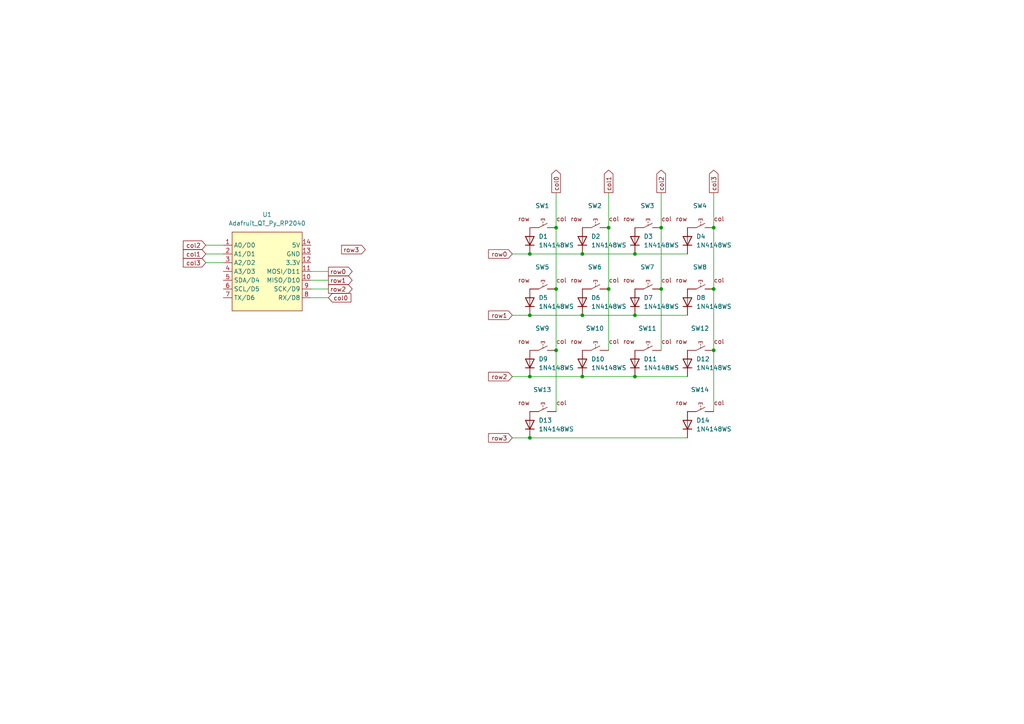
<source format=kicad_sch>
(kicad_sch (version 20211123) (generator eeschema)
  (paper "A4")
  (lib_symbols
    (symbol "Diode:1N4148WS" (pin_numbers hide) (pin_names (offset 1.016) hide)
      (property "Reference" "D" (at 0 2.54 0))
      (property "Value" "1N4148WS" (at 0 -2.54 0))
      (symbol "1N4148WS_0_1"
        (polyline (pts (xy -1.27 1.27) (xy -1.27 -1.27)) (stroke (width 0.254)))
        (polyline (pts (xy 1.27 0) (xy -1.27 0)))
        (polyline (pts (xy 1.27 1.27) (xy 1.27 -1.27) (xy -1.27 0) (xy 1.27 1.27)) (stroke (width 0.254)))
      )
      (symbol "1N4148WS_1_1"
        (pin passive line (at -3.81 0 0) (length 2.54) (name "K") (number "1"))
        (pin passive line (at 3.81 0 180) (length 2.54) (name "A") (number "2"))
      )
    )
    (symbol "Octave_Library:Adafruit_QT_Py_RP2040"
      (property "Reference" "U" (at 0 -12.7 0))
      (property "Value" "Adafruit_QT_Py_RP2040" (at 0 -14.605 0))
      (symbol "Adafruit_QT_Py_RP2040_0_1"
        (rectangle (start -10.16 11.43) (end 10.16 -11.43) (fill (type background)))
      )
      (symbol "Adafruit_QT_Py_RP2040_1_1"
        (pin bidirectional line (at -12.7 7.62 0) (length 2.54) (name "A0/D0") (number "1"))
        (pin bidirectional line (at 12.7 -2.54 180) (length 2.54) (name "MISO/D10") (number "10"))
        (pin bidirectional line (at 12.7 0 180) (length 2.54) (name "MOSI/D11") (number "11"))
        (pin power_out line (at 12.7 2.54 180) (length 2.54) (name "3.3V") (number "12"))
        (pin power_out line (at 12.7 5.08 180) (length 2.54) (name "GND") (number "13"))
        (pin power_out line (at 12.7 7.62 180) (length 2.54) (name "5V") (number "14"))
        (pin bidirectional line (at -12.7 5.08 0) (length 2.54) (name "A1/D1") (number "2"))
        (pin bidirectional line (at -12.7 2.54 0) (length 2.54) (name "A2/D2") (number "3"))
        (pin bidirectional line (at -12.7 0 0) (length 2.54) (name "A3/D3") (number "4"))
        (pin bidirectional line (at -12.7 -2.54 0) (length 2.54) (name "SDA/D4") (number "5"))
        (pin bidirectional line (at -12.7 -5.08 0) (length 2.54) (name "SCL/D5") (number "6"))
        (pin bidirectional line (at -12.7 -7.62 0) (length 2.54) (name "TX/D6") (number "7"))
        (pin bidirectional line (at 12.7 -7.62 180) (length 2.54) (name "RX/D8") (number "8"))
        (pin bidirectional line (at 12.7 -5.08 180) (length 2.54) (name "SCK/D9") (number "9"))
      )
    )
    (symbol "Octave_Library:SW_Hot_Swap_Socket" (pin_numbers hide) (pin_names (offset 0) hide)
      (property "Reference" "SW" (at 0 5.08 0))
      (property "Value" "SW_Hot_Swap_Socket" (at 0 2.54 0))
      (symbol "SW_Hot_Swap_Socket_0_0"
        (polyline (pts (xy -1.27 -2.54) (xy 1.27 -1.27)))
        (polyline (pts (xy -0.508 -0.508) (xy -0.508 0)))
        (polyline (pts (xy -0.508 0) (xy 0.508 0)))
        (polyline (pts (xy 0 -1.905) (xy 0 -1.524)))
        (polyline (pts (xy 0 -1.143) (xy 0 -0.762)))
        (polyline (pts (xy 0 -0.381) (xy 0 0)))
        (polyline (pts (xy 0.508 -0.508) (xy 0.508 0)))
        (text "col" (at 3.81 0 0) (effects (font (size 1.27 1.27)) (justify left)))
        (text "row" (at -3.81 0 0) (effects (font (size 1.27 1.27)) (justify right)))
      )
      (symbol "SW_Hot_Swap_Socket_0_1"
        (pin passive line (at -3.81 -2.54 0) (length 2.54) (name "1") (number "1"))
        (pin passive line (at 3.81 -2.54 180) (length 2.54) (name "2") (number "2"))
      )
    )
  )
  (junction (at 191.77 66.04))
  (junction (at 207.01 66.04))
  (junction (at 176.53 66.04))
  (junction (at 176.53 83.82))
  (junction (at 168.91 91.44))
  (junction (at 153.67 91.44))
  (junction (at 161.29 101.6))
  (junction (at 161.29 83.82))
  (junction (at 153.67 109.22))
  (junction (at 161.29 66.04))
  (junction (at 153.67 73.66))
  (junction (at 191.77 83.82))
  (junction (at 184.15 73.66))
  (junction (at 184.15 109.22))
  (junction (at 168.91 109.22))
  (junction (at 207.01 101.6))
  (junction (at 207.01 83.82))
  (junction (at 153.67 127))
  (junction (at 168.91 73.66))
  (junction (at 184.15 91.44))
  (wire (pts (xy 148.59 91.44) (xy 153.67 91.44)))
  (wire (pts (xy 168.91 73.66) (xy 184.15 73.66)))
  (wire (pts (xy 95.25 83.82) (xy 90.17 83.82)))
  (wire (pts (xy 191.77 55.88) (xy 191.77 66.04)))
  (wire (pts (xy 184.15 91.44) (xy 199.39 91.44)))
  (wire (pts (xy 153.67 91.44) (xy 168.91 91.44)))
  (wire (pts (xy 176.53 66.04) (xy 176.53 83.82)))
  (wire (pts (xy 95.25 81.28) (xy 90.17 81.28)))
  (wire (pts (xy 59.69 76.2) (xy 64.77 76.2)))
  (wire (pts (xy 148.59 109.22) (xy 153.67 109.22)))
  (wire (pts (xy 161.29 83.82) (xy 161.29 101.6)))
  (wire (pts (xy 207.01 83.82) (xy 207.01 101.6)))
  (wire (pts (xy 184.15 109.22) (xy 199.39 109.22)))
  (wire (pts (xy 176.53 83.82) (xy 176.53 101.6)))
  (wire (pts (xy 207.01 101.6) (xy 207.01 119.38)))
  (wire (pts (xy 148.59 127) (xy 153.67 127)))
  (wire (pts (xy 207.01 66.04) (xy 207.01 83.82)))
  (wire (pts (xy 168.91 109.22) (xy 184.15 109.22)))
  (wire (pts (xy 153.67 73.66) (xy 168.91 73.66)))
  (wire (pts (xy 207.01 55.88) (xy 207.01 66.04)))
  (wire (pts (xy 161.29 66.04) (xy 161.29 83.82)))
  (wire (pts (xy 90.17 86.36) (xy 95.25 86.36)))
  (wire (pts (xy 191.77 83.82) (xy 191.77 101.6)))
  (wire (pts (xy 153.67 109.22) (xy 168.91 109.22)))
  (wire (pts (xy 161.29 101.6) (xy 161.29 119.38)))
  (wire (pts (xy 176.53 55.88) (xy 176.53 66.04)))
  (wire (pts (xy 95.25 78.74) (xy 90.17 78.74)))
  (wire (pts (xy 148.59 73.66) (xy 153.67 73.66)))
  (wire (pts (xy 153.67 127) (xy 199.39 127)))
  (wire (pts (xy 59.69 73.66) (xy 64.77 73.66)))
  (wire (pts (xy 168.91 91.44) (xy 184.15 91.44)))
  (wire (pts (xy 59.69 71.12) (xy 64.77 71.12)))
  (wire (pts (xy 184.15 73.66) (xy 199.39 73.66)))
  (wire (pts (xy 191.77 66.04) (xy 191.77 83.82)))
  (wire (pts (xy 161.29 55.88) (xy 161.29 66.04)))
  (global_label "col3" (shape input) (at 59.69 76.2 180) (property "Intersheet References" "${INTERSHEET_REFS}" (effects hide)))
  (global_label "col2" (shape input) (at 59.69 71.12 180) (property "Intersheet References" "${INTERSHEET_REFS}" (effects hide)))
  (global_label "col2" (shape output) (at 191.77 55.88 90) (property "Intersheet References" "${INTERSHEET_REFS}" (effects hide)))
  (global_label "row2" (shape output) (at 95.25 83.82 0) (property "Intersheet References" "${INTERSHEET_REFS}" (effects hide)))
  (global_label "row2" (shape input) (at 148.59 109.22 180) (property "Intersheet References" "${INTERSHEET_REFS}" (effects hide)))
  (global_label "row3" (shape output) (at 99.06 72.39 0) (property "Intersheet References" "${INTERSHEET_REFS}" (effects hide)))
  (global_label "col3" (shape output) (at 207.01 55.88 90) (property "Intersheet References" "${INTERSHEET_REFS}" (effects hide)))
  (global_label "col1" (shape input) (at 59.69 73.66 180) (property "Intersheet References" "${INTERSHEET_REFS}" (effects hide)))
  (global_label "row3" (shape input) (at 148.59 127 180) (property "Intersheet References" "${INTERSHEET_REFS}" (effects hide)))
  (global_label "row0" (shape input) (at 148.59 73.66 180) (property "Intersheet References" "${INTERSHEET_REFS}" (effects hide)))
  (global_label "col1" (shape output) (at 176.53 55.88 90) (property "Intersheet References" "${INTERSHEET_REFS}" (effects hide)))
  (global_label "row0" (shape output) (at 95.25 78.74 0) (property "Intersheet References" "${INTERSHEET_REFS}" (effects hide)))
  (global_label "col0" (shape input) (at 95.25 86.36 0) (property "Intersheet References" "${INTERSHEET_REFS}" (effects hide)))
  (global_label "row1" (shape output) (at 95.25 81.28 0) (property "Intersheet References" "${INTERSHEET_REFS}" (effects hide)))
  (global_label "row1" (shape input) (at 148.59 91.44 180) (property "Intersheet References" "${INTERSHEET_REFS}" (effects hide)))
  (global_label "col0" (shape output) (at 161.29 55.88 90) (property "Intersheet References" "${INTERSHEET_REFS}" (effects hide)))
  (symbol (lib_id "Octave_Library:SW_Hot_Swap_Socket") (at 172.72 99.06 0) (unit 1)
    (property "Reference" "SW10" (at 172.5386 95.25 0))
    (property "Value" "SW_Hot_Swap_Socket" (effects hide))
    (property "Footprint" "Octave_Library:Hot_Swap_Socket_CPG151101S11" (effects hide))
  )
  (symbol (lib_id "Diode:1N4148WS") (at 199.39 87.63 90) (unit 1)
    (property "Reference" "D8" (at 201.93 86.3599 90) (effects (justify right)))
    (property "Value" "1N4148WS" (at 201.93 88.8999 90) (effects (justify right)))
    (property "Footprint" "Octave_Library:D_SOD-323" (effects hide))
    (property "Datasheet" "https://www.vishay.com/docs/85751/1n4148ws.pdf" (effects hide))
  )
  (symbol (lib_id "Octave_Library:SW_Hot_Swap_Socket") (at 203.2 99.06 0) (unit 1)
    (property "Reference" "SW12" (at 203.0186 95.25 0))
    (property "Value" "SW_Hot_Swap_Socket" (effects hide))
    (property "Footprint" "Octave_Library:Hot_Swap_Socket_CPG151101S11" (effects hide))
  )
  (symbol (lib_id "Octave_Library:SW_Hot_Swap_Socket") (at 172.72 63.5 0) (unit 1)
    (property "Reference" "SW2" (at 172.5386 59.69 0))
    (property "Value" "SW_Hot_Swap_Socket" (effects hide))
    (property "Footprint" "Octave_Library:Hot_Swap_Socket_CPG151101S11" (effects hide))
  )
  (symbol (lib_id "Octave_Library:SW_Hot_Swap_Socket") (at 157.48 99.06 0) (unit 1)
    (property "Reference" "SW9" (at 157.2986 95.25 0))
    (property "Value" "SW_Hot_Swap_Socket" (effects hide))
    (property "Footprint" "Octave_Library:Hot_Swap_Socket_CPG151101S11" (effects hide))
  )
  (symbol (lib_id "Diode:1N4148WS") (at 184.15 87.63 90) (unit 1)
    (property "Reference" "D7" (at 186.69 86.3599 90) (effects (justify right)))
    (property "Value" "1N4148WS" (at 186.69 88.8999 90) (effects (justify right)))
    (property "Footprint" "Octave_Library:D_SOD-323" (effects hide))
    (property "Datasheet" "https://www.vishay.com/docs/85751/1n4148ws.pdf" (effects hide))
  )
  (symbol (lib_id "Diode:1N4148WS") (at 199.39 123.19 90) (unit 1)
    (property "Reference" "D14" (at 201.93 121.9199 90) (effects (justify right)))
    (property "Value" "1N4148WS" (at 201.93 124.4599 90) (effects (justify right)))
    (property "Footprint" "Octave_Library:D_SOD-323" (effects hide))
    (property "Datasheet" "https://www.vishay.com/docs/85751/1n4148ws.pdf" (effects hide))
  )
  (symbol (lib_id "Diode:1N4148WS") (at 184.15 69.85 90) (unit 1)
    (property "Reference" "D3" (at 186.69 68.5799 90) (effects (justify right)))
    (property "Value" "1N4148WS" (at 186.69 71.1199 90) (effects (justify right)))
    (property "Footprint" "Octave_Library:D_SOD-323" (effects hide))
    (property "Datasheet" "https://www.vishay.com/docs/85751/1n4148ws.pdf" (effects hide))
  )
  (symbol (lib_id "Diode:1N4148WS") (at 168.91 87.63 90) (unit 1)
    (property "Reference" "D6" (at 171.45 86.3599 90) (effects (justify right)))
    (property "Value" "1N4148WS" (at 171.45 88.8999 90) (effects (justify right)))
    (property "Footprint" "Octave_Library:D_SOD-323" (effects hide))
    (property "Datasheet" "https://www.vishay.com/docs/85751/1n4148ws.pdf" (effects hide))
  )
  (symbol (lib_id "Octave_Library:SW_Hot_Swap_Socket") (at 157.48 81.28 0) (unit 1)
    (property "Reference" "SW5" (at 157.2986 77.47 0))
    (property "Value" "SW_Hot_Swap_Socket" (effects hide))
    (property "Footprint" "Octave_Library:Hot_Swap_Socket_CPG151101S11" (effects hide))
  )
  (symbol (lib_id "Diode:1N4148WS") (at 168.91 69.85 90) (unit 1)
    (property "Reference" "D2" (at 171.45 68.5799 90) (effects (justify right)))
    (property "Value" "1N4148WS" (at 171.45 71.1199 90) (effects (justify right)))
    (property "Footprint" "Octave_Library:D_SOD-323" (effects hide))
    (property "Datasheet" "https://www.vishay.com/docs/85751/1n4148ws.pdf" (effects hide))
  )
  (symbol (lib_id "Diode:1N4148WS") (at 153.67 87.63 90) (unit 1)
    (property "Reference" "D5" (at 156.21 86.3599 90) (effects (justify right)))
    (property "Value" "1N4148WS" (at 156.21 88.8999 90) (effects (justify right)))
    (property "Footprint" "Octave_Library:D_SOD-323" (effects hide))
    (property "Datasheet" "https://www.vishay.com/docs/85751/1n4148ws.pdf" (effects hide))
  )
  (symbol (lib_id "Octave_Library:SW_Hot_Swap_Socket") (at 187.96 63.5 0) (unit 1)
    (property "Reference" "SW3" (at 187.7786 59.69 0))
    (property "Value" "SW_Hot_Swap_Socket" (effects hide))
    (property "Footprint" "Octave_Library:Hot_Swap_Socket_CPG151101S11" (effects hide))
  )
  (symbol (lib_id "Octave_Library:SW_Hot_Swap_Socket") (at 187.96 81.28 0) (unit 1)
    (property "Reference" "SW7" (at 187.7786 77.47 0))
    (property "Value" "SW_Hot_Swap_Socket" (effects hide))
    (property "Footprint" "Octave_Library:Hot_Swap_Socket_CPG151101S11" (effects hide))
  )
  (symbol (lib_id "Octave_Library:SW_Hot_Swap_Socket") (at 203.2 81.28 0) (unit 1)
    (property "Reference" "SW8" (at 203.0186 77.47 0))
    (property "Value" "SW_Hot_Swap_Socket" (effects hide))
    (property "Footprint" "Octave_Library:Hot_Swap_Socket_CPG151101S11" (effects hide))
  )
  (symbol (lib_id "Diode:1N4148WS") (at 168.91 105.41 90) (unit 1)
    (property "Reference" "D10" (at 171.45 104.1399 90) (effects (justify right)))
    (property "Value" "1N4148WS" (at 171.45 106.6799 90) (effects (justify right)))
    (property "Footprint" "Octave_Library:D_SOD-323" (effects hide))
    (property "Datasheet" "https://www.vishay.com/docs/85751/1n4148ws.pdf" (effects hide))
  )
  (symbol (lib_id "Diode:1N4148WS") (at 153.67 69.85 90) (unit 1)
    (property "Reference" "D1" (at 156.21 68.5799 90) (effects (justify right)))
    (property "Value" "1N4148WS" (at 156.21 71.1199 90) (effects (justify right)))
    (property "Footprint" "Octave_Library:D_SOD-323" (effects hide))
    (property "Datasheet" "https://www.vishay.com/docs/85751/1n4148ws.pdf" (effects hide))
  )
  (symbol (lib_id "Octave_Library:SW_Hot_Swap_Socket") (at 157.48 116.84 0) (unit 1)
    (property "Reference" "SW13" (at 157.2986 113.03 0))
    (property "Value" "SW_Hot_Swap_Socket" (effects hide))
    (property "Footprint" "Octave_Library:Hot_Swap_Socket_CPG151101S11" (effects hide))
  )
  (symbol (lib_id "Diode:1N4148WS") (at 153.67 105.41 90) (unit 1)
    (property "Reference" "D9" (at 156.21 104.1399 90) (effects (justify right)))
    (property "Value" "1N4148WS" (at 156.21 106.6799 90) (effects (justify right)))
    (property "Footprint" "Octave_Library:D_SOD-323" (effects hide))
    (property "Datasheet" "https://www.vishay.com/docs/85751/1n4148ws.pdf" (effects hide))
  )
  (symbol (lib_id "Diode:1N4148WS") (at 199.39 105.41 90) (unit 1)
    (property "Reference" "D12" (at 201.93 104.1399 90) (effects (justify right)))
    (property "Value" "1N4148WS" (at 201.93 106.6799 90) (effects (justify right)))
    (property "Footprint" "Octave_Library:D_SOD-323" (effects hide))
    (property "Datasheet" "https://www.vishay.com/docs/85751/1n4148ws.pdf" (effects hide))
  )
  (symbol (lib_id "Octave_Library:SW_Hot_Swap_Socket") (at 203.2 63.5 0) (unit 1)
    (property "Reference" "SW4" (at 203.0186 59.69 0))
    (property "Value" "SW_Hot_Swap_Socket" (effects hide))
    (property "Footprint" "Octave_Library:Hot_Swap_Socket_CPG151101S11" (effects hide))
  )
  (symbol (lib_id "Diode:1N4148WS") (at 184.15 105.41 90) (unit 1)
    (property "Reference" "D11" (at 186.69 104.1399 90) (effects (justify right)))
    (property "Value" "1N4148WS" (at 186.69 106.6799 90) (effects (justify right)))
    (property "Footprint" "Octave_Library:D_SOD-323" (effects hide))
    (property "Datasheet" "https://www.vishay.com/docs/85751/1n4148ws.pdf" (effects hide))
  )
  (symbol (lib_id "Octave_Library:SW_Hot_Swap_Socket") (at 203.2 116.84 0) (unit 1)
    (property "Reference" "SW14" (at 203.0186 113.03 0))
    (property "Value" "SW_Hot_Swap_Socket" (effects hide))
    (property "Footprint" "Octave_Library:Hot_Swap_Socket_CPG151101S11" (effects hide))
  )
  (symbol (lib_id "Octave_Library:SW_Hot_Swap_Socket") (at 187.96 99.06 0) (unit 1)
    (property "Reference" "SW11" (at 187.7786 95.25 0))
    (property "Value" "SW_Hot_Swap_Socket" (effects hide))
    (property "Footprint" "Octave_Library:Hot_Swap_Socket_CPG151101S11" (effects hide))
  )
  (symbol (lib_id "Octave_Library:SW_Hot_Swap_Socket") (at 157.48 63.5 0) (unit 1)
    (property "Reference" "SW1" (at 157.2986 59.69 0))
    (property "Value" "SW_Hot_Swap_Socket" (effects hide))
    (property "Footprint" "Octave_Library:Hot_Swap_Socket_CPG151101S11" (effects hide))
  )
  (symbol (lib_id "Octave_Library:Adafruit_QT_Py_RP2040") (at 77.47 78.74 0) (unit 1)
    (property "Reference" "U1" (at 77.47 62.23 0))
    (property "Value" "Adafruit_QT_Py_RP2040" (at 77.47 64.77 0))
    (property "Footprint" "Octave_Library:Adafruit_QT_Py_RP2040" (effects hide))
  )
  (symbol (lib_id "Diode:1N4148WS") (at 153.67 123.19 90) (unit 1)
    (property "Reference" "D13" (at 156.21 121.9199 90) (effects (justify right)))
    (property "Value" "1N4148WS" (at 156.21 124.4599 90) (effects (justify right)))
    (property "Footprint" "Octave_Library:D_SOD-323" (effects hide))
    (property "Datasheet" "https://www.vishay.com/docs/85751/1n4148ws.pdf" (effects hide))
  )
  (symbol (lib_id "Diode:1N4148WS") (at 199.39 69.85 90) (unit 1)
    (property "Reference" "D4" (at 201.93 68.5799 90) (effects (justify right)))
    (property "Value" "1N4148WS" (at 201.93 71.1199 90) (effects (justify right)))
    (property "Footprint" "Octave_Library:D_SOD-323" (effects hide))
    (property "Datasheet" "https://www.vishay.com/docs/85751/1n4148ws.pdf" (effects hide))
  )
  (symbol (lib_id "Octave_Library:SW_Hot_Swap_Socket") (at 172.72 81.28 0) (unit 1)
    (property "Reference" "SW6" (at 172.5386 77.47 0))
    (property "Value" "SW_Hot_Swap_Socket" (effects hide))
    (property "Footprint" "Octave_Library:Hot_Swap_Socket_CPG151101S11" (effects hide))
  )
)
</source>
